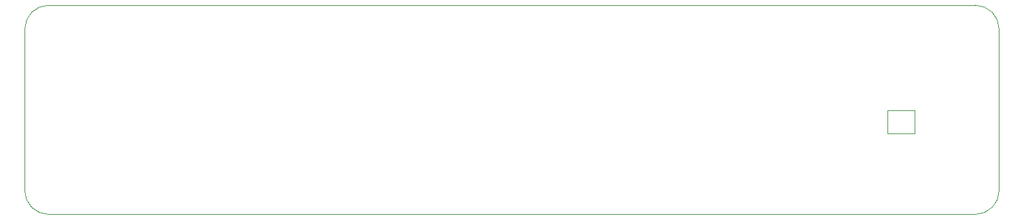
<source format=gm1>
G04 #@! TF.GenerationSoftware,KiCad,Pcbnew,(6.0.6-0)*
G04 #@! TF.CreationDate,2022-09-14T12:48:58-04:00*
G04 #@! TF.ProjectId,dial_toner_mx,6469616c-5f74-46f6-9e65-725f6d782e6b,rev?*
G04 #@! TF.SameCoordinates,Original*
G04 #@! TF.FileFunction,Profile,NP*
%FSLAX46Y46*%
G04 Gerber Fmt 4.6, Leading zero omitted, Abs format (unit mm)*
G04 Created by KiCad (PCBNEW (6.0.6-0)) date 2022-09-14 12:48:58*
%MOMM*%
%LPD*%
G01*
G04 APERTURE LIST*
G04 #@! TA.AperFunction,Profile*
%ADD10C,0.100000*%
G04 #@! TD*
G04 #@! TA.AperFunction,Profile*
%ADD11C,0.120000*%
G04 #@! TD*
G04 APERTURE END LIST*
D10*
X88896261Y-115823998D02*
G75*
G03*
X85848261Y-118871998I2J-3048002D01*
G01*
X85848261Y-139576739D02*
G75*
G03*
X88896261Y-142624739I3048002J2D01*
G01*
X207267739Y-142624739D02*
G75*
G03*
X210315739Y-139576739I-2J3048002D01*
G01*
X210315739Y-118872000D02*
G75*
G03*
X207267739Y-115824000I-3048000J0D01*
G01*
X85848261Y-139576739D02*
X85848261Y-118871998D01*
X207267739Y-142624739D02*
X88896261Y-142624739D01*
X88896261Y-115823998D02*
X207267739Y-115824000D01*
X210315739Y-118872000D02*
X210315739Y-139576739D01*
D11*
X199490000Y-129284000D02*
X196090000Y-129284000D01*
X196090000Y-129284000D02*
X196090000Y-132284000D01*
X196090000Y-132284000D02*
X199490000Y-132284000D01*
X199490000Y-132284000D02*
X199490000Y-129284000D01*
M02*

</source>
